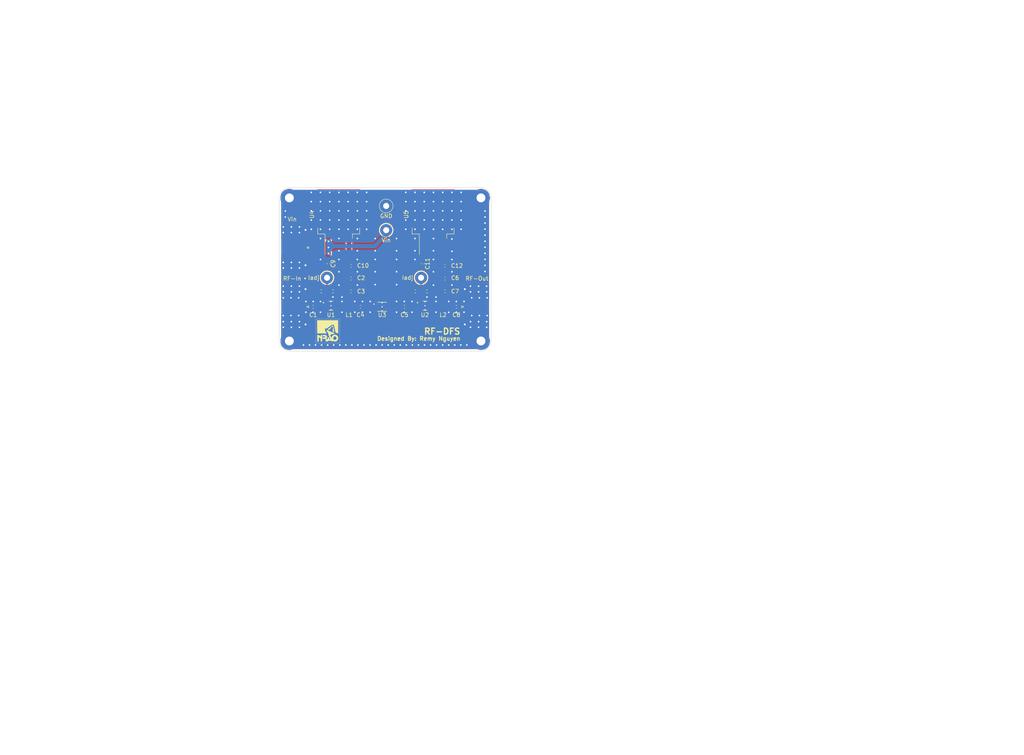
<source format=kicad_pcb>
(kicad_pcb (version 20221018) (generator pcbnew)
  (layers (0 "F.Cu" signal) (1 "In1.Cu" signal) (2 "In2.Cu" signal) (31 "B.Cu" signal) (34 "B.Paste" user) (35 "F.Paste" user) (36 "B.SilkS" user "B.Silkscreen") (37 "F.SilkS" user "F.Silkscreen") (38 "B.Mask" user) (39 "F.Mask" user) (44 "Edge.Cuts" user))
  (net 0 "")
  (net 1 "Net-(U1-RF-IN)")
  (net 2 "Net-(U1-RF-OUT)")
  (net 3 "Vdd1")
  (net 4 "GND")
  (net 5 "Net-(U2-RF-IN)")
  (net 6 "Vdd2")
  (net 7 "Net-(U2-RF-OUT)")
  (net 8 "Vin")
  (net 9 "Net-(U1-LADJ)")
  (net 10 "Net-(U2-LADJ)")
  (net 11 "/LNA Biasing2/LNA-IN")
  (net 12 "/LNA Biasing2/LNA-OUT")
  (net 13 "/LNA Biasing1/LNA-IN")
  (net 14 "/LNA Biasing1/LNA-OUT")
  (footprint "Capacitor_SMD:C_0402_1005Metric" (layer "F.Cu") (at 100.003154 84.862077)
    (fp_text reference "C3")
    (fp_text value "100pF")
  )
  (footprint "MountingHole:MountingHole_2.2mm_M2_Pad" (layer "F.Cu") (at 84.722077 61.682077)
    (fp_text reference "REF**" hide)
    (fp_text value "2.2mm M2" hide)
  )
  (footprint "TestPoint:TestPoint_Loop_D2.54mm_Drill1.5mm_Beaded" (layer "F.Cu") (at 108.722077 69.682077)
    (fp_text reference "Vin")
    (fp_text value "Vin" hide)
  )
  (footprint "Imports:MC1630_MNC" (layer "F.Cu") (at 107.722077 88.694077)
    (fp_text reference "U3")
    (fp_text value "YAT-1A+")
  )
  (footprint "Inductor_SMD:L_0402_1005Metric" (layer "F.Cu") (at 99.523154 88.209077 -90)
    (fp_text reference "L1")
    (fp_text value "56nH")
  )
  (footprint "Resistor_SMD:R_0402_1005Metric" (layer "F.Cu") (at 115.931077 84.862077)
    (fp_text reference "R2" hide)
    (fp_text value "100k")
  )
  (footprint "Capacitor_SMD:C_0402_1005Metric" (layer "F.Cu") (at 90.622077 88.694077)
    (fp_text reference "C1")
    (fp_text value "150pF")
  )
  (footprint "Connector_Coaxial:SMA_Molex_73251-1153_EdgeMount_Horizontal" (layer "F.Cu") (at 129.932077 88.694077 180)
    (fp_text reference "RF-Out")
    (fp_text value "Conn_Coaxial" hide)
  )
  (footprint "Capacitor_SMD:C_0402_1005Metric" (layer "F.Cu") (at 113.242077 88.694077)
    (fp_text reference "C5")
    (fp_text value "150pF")
  )
  (footprint "Capacitor_SMD:C_0402_1005Metric" (layer "F.Cu") (at 94.418954 78.007477 -90)
    (fp_text reference "C9")
    (fp_text value "0.33uF")
  )
  (footprint "Connector_Coaxial:SMA_Molex_73251-1153_EdgeMount_Horizontal" (layer "F.Cu") (at 87.012077 88.694077)
    (fp_text reference "RF-In")
    (fp_text value "Conn_Coaxial" hide)
  )
  (footprint "Package_TO_SOT_SMD:TO-263-2" (layer "F.Cu") (at 96.958954 65.807477 90)
    (fp_text reference "U4")
    (fp_text value "L7805")
  )
  (footprint "Package_TO_SOT_SMD:TO-263-2" (layer "F.Cu") (at 120.344077 65.807477 90)
    (fp_text reference "U5")
    (fp_text value "L7805")
  )
  (footprint "MountingHole:MountingHole_2.2mm_M2_Pad" (layer "F.Cu") (at 132.222077 97.182077)
    (fp_text reference "REF**" hide)
    (fp_text value "2.2mm M2" hide)
  )
  (footprint "Resistor_SMD:R_0402_1005Metric" (layer "F.Cu") (at 118.831077 84.862077)
    (fp_text reference "R4" hide)
    (fp_text value "100k")
  )
  (footprint "TestPoint:TestPoint_Loop_D2.54mm_Drill1.5mm_Beaded" (layer "F.Cu") (at 108.722077 63.682077)
    (fp_text reference "GND")
    (fp_text value "GND" hide)
  )
  (footprint "MountingHole:MountingHole_2.2mm_M2_Pad" (layer "F.Cu") (at 132.222077 61.682077)
    (fp_text reference "REF**" hide)
    (fp_text value "2.2mm M2" hide)
  )
  (footprint "FabDrawingTemplates:FabDrawing-4Layer-Metric-Compact" (layer "F.Cu") (at 55 133)
    (fp_text reference "REF**" hide)
    (fp_text value "FabDrawing-4Layer" hide)
  )
  (footprint "Capacitor_SMD:C_0402_1005Metric" (layer "F.Cu") (at 123.312077 78.512077)
    (fp_text reference "C12")
    (fp_text value "0.1uF")
  )
  (footprint "Capacitor_SMD:C_0402_1005Metric" (layer "F.Cu") (at 100.003154 78.512077)
    (fp_text reference "C10")
    (fp_text value "0.1uF")
  )
  (footprint "Capacitor_SMD:C_0402_1005Metric" (layer "F.Cu") (at 117.804077 78.007477 -90)
    (fp_text reference "C11")
    (fp_text value "0.33uF")
  )
  (footprint "Capacitor_SMD:C_0402_1005Metric" (layer "F.Cu") (at 123.312077 84.862077)
    (fp_text reference "C7")
    (fp_text value "100pF")
  )
  (footprint "Capacitor_SMD:C_0402_1005Metric" (layer "F.Cu") (at 100.003154 81.687077)
    (fp_text reference "C2")
    (fp_text value "1uF")
  )
  (footprint "Connector_Coaxial:SMA_Molex_73251-1153_EdgeMount_Horizontal" (layer "F.Cu") (at 87.012077 74.014077)
    (fp_text reference "Vin")
    (fp_text value "Conn_Coaxial" hide)
  )
  (footprint "Inductor_SMD:L_0402_1005Metric" (layer "F.Cu") (at 122.832077 88.209077 -90)
    (fp_text reference "L2")
    (fp_text value "56nH")
  )
  (footprint "Resistor_SMD:R_0402_1005Metric" (layer "F.Cu") (at 95.522077 84.862077)
    (fp_text reference "R3" hide)
    (fp_text value "100k")
  )
  (footprint "Imports:SON8_PMA2_MNC" (layer "F.Cu") (at 118.348977 88.428266)
    (fp_text reference "U2")
    (fp_text value "PMA2-63LN+")
  )
  (footprint "MountingHole:MountingHole_2.2mm_M2_Pad" (layer "F.Cu") (at 84.722077 97.182077)
    (fp_text reference "REF**" hide)
    (fp_text value "2.2mm M2" hide)
  )
  (footprint "imports:RF-DFS-GCPW-OSH" (layer "F.Cu") (at 214 118)
    (fp_text reference "G***" hide)
    (fp_text value "LOGO" hide)
  )
  (footprint "Resistor_SMD:R_0402_1005Metric" (layer "F.Cu") (at 92.622077 84.862077)
    (fp_text reference "R1" hide)
    (fp_text value "100k")
  )
  (footprint "Capacitor_SMD:C_0402_1005Metric" (layer "F.Cu") (at 123.312077 81.687077)
    (fp_text reference "C6")
    (fp_text value "1uF")
  )
  (footprint "Imports:SON8_PMA2_MNC" (layer "F.Cu") (at 95.040054 88.428266)
    (fp_text reference "U1")
    (fp_text value "PMA2-63LN+")
  )
  (footprint "Capacitor_SMD:C_0402_1005Metric" (layer "F.Cu") (at 102.345154 88.694077)
    (fp_text reference "C4")
    (fp_text value "150pF")
  )
  (footprint "TestPoint:TestPoint_Loop_D2.54mm_Drill1.5mm_Beaded" (layer "F.Cu") (at 117.371077 81.492077)
    (fp_text reference "Iadj")
    (fp_text value "TestPoint" hide)
  )
  (footprint "Capacitor_SMD:C_0402_1005Metric" (layer "F.Cu") (at 126.122077 88.694077)
    (fp_text reference "C8")
    (fp_text value "150pF")
  )
  (footprint "TestPoint:TestPoint_Loop_D2.54mm_Drill1.5mm_Beaded" (layer "F.Cu") (at 94.062077 81.492077)
    (fp_text reference "Iadj")
    (fp_text value "TestPoint" hide)
  )
  (footprint "footprints.pretty:nrao1_6mm_silk" (layer "F.Cu") (at 94.222077 94.672077)
    (fp_text reference "G***" hide)
    (fp_text value "LOGO" hide)
  )
  (gr_arc (start 82.222077 61.682077) (mid 82.95431 59.91431) (end 84.722077 59.182077) (stroke (width 0.1)) (layer "Edge.Cuts"))
  (gr_arc (start 84.722077 99.682077) (mid 82.954398 98.949756) (end 82.222077 97.182077) (stroke (width 0.1)) (layer "Edge.Cuts"))
  (gr_line (start 82.222077 97.182077) (end 82.222077 61.682077) (stroke (width 0.1)) (layer "Edge.Cuts"))
  (gr_line (start 134.722077 61.682077) (end 134.722077 97.182077) (stroke (width 0.1)) (layer "Edge.Cuts"))
  (gr_arc (start 134.722077 97.182077) (mid 133.989844 98.949844) (end 132.222077 99.682077) (stroke (width 0.1)) (layer "Edge.Cuts"))
  (gr_line (start 84.722077 59.182077) (end 132.222077 59.182077) (stroke (width 0.1)) (layer "Edge.Cuts"))
  (gr_arc (start 132.222077 59.182077) (mid 133.989932 59.914222) (end 134.722077 61.682077) (stroke (width 0.1)) (layer "Edge.Cuts"))
  (gr_line (start 132.222077 99.682077) (end 84.722077 99.682077) (stroke (width 0.1)) (layer "Edge.Cuts"))
  (gr_text "RF-DFS" (at 127.222077 95.672077) (layer "F.SilkS") (effects (font (size 1.5 1.5) (thickness 0.3) bold) (justify right bottom)))
  (gr_text "Designed By: Remy Nguyen" (at 127.222077 97.172077) (layer "F.SilkS") (effects (font (size 1 1) (thickness 0.2) bold) (justify right bottom)))
  (segment (start 91.102077 88.694077) (end 93.084254 88.694077) (width 0.415) (layer "F.Cu") (net 1))
  (segment (start 101.865154 88.694077) (end 96.983154 88.694077) (width 0.415) (layer "F.Cu") (net 2))
  (segment (start 99.523154 87.724077) (end 99.523154 77.548077) (width 0.56) (layer "F.Cu") (net 3))
  (segment (start 96.332077 84.862077) (end 99.523154 84.862077) (width 0.56) (layer "F.Cu") (net 3))
  (via (at 90.150077 67.182) (size 0.8) (drill 0.4) (layers "F.Cu" "B.Cu") (net 4))
  (via (at 133.732077 90.872077) (size 0.8) (drill 0.4) (layers "F.Cu" "B.Cu") (net 4))
  (via (at 109.222077 98.172077) (size 0.8) (drill 0.4) (layers "F.Cu" "B.Cu") (net 4))
  (via (at 97.008077 76.961) (size 0.8) (drill 0.4) (layers "F.Cu" "B.Cu") (net 4))
  (via (at 94.722077 67.182) (size 0.8) (drill 0.4) (layers "F.Cu" "B.Cu") (net 4))
  (via (at 101.580077 71.754) (size 0.8) (drill 0.4) (layers "F.Cu" "B.Cu") (net 4))
  (via (at 107.722077 98.172077) (size 0.8) (drill 0.4) (layers "F.Cu" "B.Cu") (net 4))
  (via (at 133.222077 75.432077) (size 0.8) (drill 0.4) (layers "F.Cu" "B.Cu") (net 4))
  (via (at 90.150077 62.61) (size 0.8) (drill 0.4) (layers "F.Cu" "B.Cu") (net 4))
  (via (at 97.008077 74.802) (size 0.8) (drill 0.4) (layers "F.Cu" "B.Cu") (net 4))
  (via (at 133.222077 67.932077) (size 0.8) (drill 0.4) (layers "F.Cu" "B.Cu") (net 4))
  (via (at 83.211077 86.472077) (size 0.8) (drill 0.4) (layers "F.Cu" "B.Cu") (net 4))
  (via (at 97.008077 64.896) (size 0.8) (drill 0.4) (layers "F.Cu" "B.Cu") (net 4))
  (via (at 118.222077 98.172077) (size 0.8) (drill 0.4) (layers "F.Cu" "B.Cu") (net 4))
  (via (at 120.444 80.009) (size 0.8) (drill 0.4) (layers "F.Cu" "B.Cu") (net 4))
  (via (at 85.222077 77.682077) (size 0.8) (drill 0.4) (layers "F.Cu" "B.Cu") (net 4))
  (via (at 97.008077 69.468) (size 0.8) (drill 0.4) (layers "F.Cu" "B.Cu") (net 4))
  (via (at 83.222077 70.282077) (size 0.8) (drill 0.4) (layers "F.Cu" "B.Cu") (net 4))
  (via (at 101.580077 74.802) (size 0.8) (drill 0.4) (layers "F.Cu" "B.Cu") (net 4))
  (via (at 101.580077 80.009) (size 0.8) (drill 0.4) (layers "F.Cu" "B.Cu") (net 4))
  (via (at 127.302 67.182) (size 0.8) (drill 0.4) (layers "F.Cu" "B.Cu") (net 4))
  (via (at 106 76.952) (size 0.8) (drill 0.4) (layers "F.Cu" "B.Cu") (net 4))
  (via (at 118.158 64.896) (size 0.8) (drill 0.4) (layers "F.Cu" "B.Cu") (net 4))
  (via (at 133.222077 78.432077) (size 0.8) (drill 0.4) (layers "F.Cu" "B.Cu") (net 4))
  (via (at 121.222077 98.172077) (size 0.8) (drill 0.4) (layers "F.Cu" "B.Cu") (net 4))
  (via (at 88.222077 98.172077) (size 0.8) (drill 0.4) (layers "F.Cu" "B.Cu") (net 4))
  (via (at 100.945077 87.375) (size 0.8) (drill 0.4) (layers "F.Cu" "B.Cu") (net 4))
  (via (at 118.158 67.182) (size 0.8) (drill 0.4) (layers "F.Cu" "B.Cu") (net 4))
  (via (at 125.016 83.311) (size 0.8) (drill 0.4) (layers "F.Cu" "B.Cu") (net 4))
  (via (at 101.580077 62.61) (size 0.8) (drill 0.4) (layers "F.Cu" "B.Cu") (net 4))
  (via (at 106 80) (size 0.8) (drill 0.4) (layers "F.Cu" "B.Cu") (net 4))
  (via (at 101.580077 69.468) (size 0.8) (drill 0.4) (layers "F.Cu" "B.Cu") (net 4))
  (via (at 90.150077 69.468) (size 0.8) (drill 0.4) (layers "F.Cu" "B.Cu") (net 4))
  (via (at 120.444 64.896) (size 0.8) (drill 0.4) (layers "F.Cu" "B.Cu") (net 4))
  (via (at 97.770077 90.042) (size 0.8) (drill 0.4) (layers "F.Cu" "B.Cu") (net 4))
  (via (at 89.722077 98.172077) (size 0.8) (drill 0.4) (layers "F.Cu" "B.Cu") (net 4))
  (via (at 97.770077 87.375) (size 0.8) (drill 0.4) (layers "F.Cu" "B.Cu") (net 4))
  (via (at 99.294077 69.468) (size 0.8) (drill 0.4) (layers "F.Cu" "B.Cu") (net 4))
  (via (at 104.722077 98.172077) (size 0.8) (drill 0.4) (layers "F.Cu" "B.Cu") (net 4))
  (via (at 85.222077 83.582077) (size 0.8) (drill 0.4) (layers "F.Cu" "B.Cu") (net 4))
  (via (at 99.294077 67.182) (size 0.8) (drill 0.4) (layers "F.Cu" "B.Cu") (net 4))
  (via (at 111.3 83.202) (size 0.8) (drill 0.4) (layers "F.Cu" "B.Cu") (net 4))
  (via (at 125.722077 98.172077) (size 0.8) (drill 0.4) (layers "F.Cu" "B.Cu") (net 4))
  (via (at 87.222077 92.382077) (size 0.8) (drill 0.4) (layers "F.Cu" "B.Cu") (net 4))
  (via (at 87.022077 86.472077) (size 0.8) (drill 0.4) (layers "F.Cu" "B.Cu") (net 4))
  (via (at 133.732077 86.472077) (size 0.8) (drill 0.4) (layers "F.Cu" "B.Cu") (net 4))
  (via (at 85.122077 86.472077) (size 0.8) (drill 0.4) (layers "F.Cu" "B.Cu") (net 4))
  (via (at 122.73 62.61) (size 0.8) (drill 0.4) (layers "F.Cu" "B.Cu") (net 4))
  (via (at 120.444 69.468) (size 0.8) (drill 0.4) (layers "F.Cu" "B.Cu") (net 4))
  (via (at 101.580077 64.896) (size 0.8) (drill 0.4) (layers "F.Cu" "B.Cu") (net 4))
  (via (at 92.722077 98.172077) (size 0.8) (drill 0.4) (layers "F.Cu" "B.Cu") (net 4))
  (via (at 102.850077 87.375) (size 0.8) (drill 0.4) (layers "F.Cu" "B.Cu") (net 4))
  (via (at 83.222077 68.882077) (size 0.8) (drill 0.4) (layers "F.Cu" "B.Cu") (net 4))
  (via (at 92.436077 69.468) (size 0.8) (drill 0.4) (layers "F.Cu" "B.Cu") (net 4))
  (via (at 115.11 87.375) (size 0.8) (drill 0.4) (layers "F.Cu" "B.Cu") (net 4))
  (via (at 97.772077 86.282077) (size 0.8) (drill 0.4) (layers "F.Cu" "B.Cu") (net 4))
  (via (at 103.866077 60.324) (size 0.8) (drill 0.4) (layers "F.Cu" "B.Cu") (net 4))
  (via (at 124.222077 87.372077) (size 0.8) (drill 0.4) (layers "F.Cu" "B.Cu") (net 4))
  (via (at 99.294077 64.896) (size 0.8) (drill 0.4) (layers "F.Cu" "B.Cu") (net 4))
  (via (at 106 71.754) (size 0.8) (drill 0.4) (layers "F.Cu" "B.Cu") (net 4))
  (via (at 125.016 69.468) (size 0.8) (drill 0.4) (layers "F.Cu" "B.Cu") (net 4))
  (via (at 94.222077 98.172077) (size 0.8) (drill 0.4) (layers "F.Cu" "B.Cu") (net 4))
  (via (at 95.040054 88.428266) (size 0.6) (drill 0.3) (layers "F.Cu" "B.Cu") (net 4))
  (via (at 88.822077 87.375) (size 0.8) (drill 0.4) (layers "F.Cu" "B.Cu") (net 4))
  (via (at 104.755077 90.042) (size 0.8) (drill 0.4) (layers "F.Cu" "B.Cu") (net 4))
  (via (at 133.622077 83.582077) (size 0.8) (drill 0.4) (layers "F.Cu" "B.Cu") (net 4))
  (via (at 97.008077 60.324) (size 0.8) (drill 0.4) (layers "F.Cu" "B.Cu") (net 4))
  (via (at 121.072077 86.282077) (size 0.8) (drill 0.4) (layers "F.Cu" "B.Cu") (net 4))
  (via (at 87.222077 83.582077) (size 0.8) (drill 0.4) (layers "F.Cu" "B.Cu") (net 4))
  (via (at 94.722077 62.61) (size 0.8) (drill 0.4) (layers "F.Cu" "B.Cu") (net 4))
  (via (at 120.444 74.802) (size 0.8) (drill 0.4) (layers "F.Cu" "B.Cu") (net 4))
  (via (at 92.436077 62.61) (size 0.8) (drill 0.4) (layers "F.Cu" "B.Cu") (net 4))
  (via (at 92.436077 71.754) (size 0.8) (drill 0.4) (layers "F.Cu" "B.Cu") (net 4))
  (via (at 94.722077 60.324) (size 0.8) (drill 0.4) (layers "F.Cu" "B.Cu") (net 4))
  (via (at 129.622077 93.782077) (size 0.8) (drill 0.4) (layers "F.Cu" "B.Cu") (net 4))
  (via (at 122.73 64.896) (size 0.8) (drill 0.4) (layers "F.Cu" "B.Cu") (net 4))
  (via (at 113.586 60.324) (size 0.8) (drill 0.4) (layers "F.Cu" "B.Cu") (net 4))
  (via (at 115.872 74.802) (size 0.8) (drill 0.4) (layers "F.Cu" "B.Cu") (net 4))
  (via (at 106 83.202) (size 0.8) (drill 0.4) (layers "F.Cu" "B.Cu") (net 4))
  (via (at 113.205 90.042) (size 0.8) (drill 0.4) (layers "F.Cu" "B.Cu") (net 4))
  (via (at 112.222077 98.172077) (size 0.8) (drill 0.4) (layers "F.Cu" "B.Cu") (net 4))
  (via (at 118.158 62.61) (size 0.8) (drill 0.4) (layers "F.Cu" "B.Cu") (net 4))
  (via (at 121.079 87.375) (size 0.8) (drill 0.4) (layers "F.Cu" "B.Cu") (net 4))
  (via (at 133.622077 93.782077) (size 0.8) (drill 0.4) (layers "F.Cu" "B.Cu") (net 4))
  (via (at 113.586 64.896) (size 0.8) (drill 0.4) (layers "F.Cu" "B.Cu") (net 4))
  (via (at 126.117077 90.039077) (size 0.8) (drill 0.4) (layers "F.Cu" "B.Cu") (net 4))
  (via (at 126.117077 87.372077) (size 0.8) (drill 0.4) (layers "F.Cu" "B.Cu") (net 4))
  (via (at 111.3 87.375) (size 0.8) (drill 0.4) (layers "F.Cu" "B.Cu") (net 4))
  (via (at 120.444 62.61) (size 0.8) (drill 0.4) (layers "F.Cu" "B.Cu") (net 4))
  (via (at 110.722077 98.172077) (size 0.8) (drill 0.4) (layers "F.Cu" "B.Cu") (net 4))
  (via (at 124.222077 98.172077) (size 0.8) (drill 0.4) (layers "F.Cu" "B.Cu") (net 4))
  (via (at 115.222077 98.172077) (size 0.8) (drill 0.4) (layers "F.Cu" "B.Cu") (net 4))
  (via (at 115.11 90.042) (size 0.8) (drill 0.4) (layers "F.Cu" "B.Cu") (net 4))
  (via (at 103.866077 69.468) (size 0.8) (drill 0.4) (layers "F.Cu" "B.Cu") (net 4))
  (via (at 97.008077 71.754) (size 0.8) (drill 0.4) (layers "F.Cu" "B.Cu") (net 4))
  (via (at 133.222077 69.432077) (size 0.8) (drill 0.4) (layers "F.Cu" "B.Cu") (net 4))
  (via (at 88.626077 81.66) (size 0.8) (drill 0.4) (layers "F.Cu" "B.Cu") (net 4))
  (via (at 125.016 60.324) (size 0.8) (drill 0.4) (layers "F.Cu" "B.Cu") (net 4))
  (via (at 101.580077 60.324) (size 0.8) (drill 0.4) (layers "F.Cu" "B.Cu") (net 4))
  (via (at 104.755077 87.375) (size 0.8) (drill 0.4) (layers "F.Cu" "B.Cu") (net 4))
  (via (at 127.302 62.61) (size 0.8) (drill 0.4) (layers "F.Cu" "B.Cu") (net 4))
  (via (at 85.222077 68.882077) (size 0.8) (drill 0.4) (layers "F.Cu" "B.Cu") (net 4))
  (via (at 116.722077 98.172077) (size 0.8) (drill 0.4) (layers "F.Cu" "B.Cu") (net 4))
  (via (at 122.73 67.182) (size 0.8) (drill 0.4) (layers "F.Cu" "B.Cu") (net 4))
  (via (at 103.222077 98.172077) (size 0.8) (drill 0.4) (layers "F.Cu" "B.Cu") (net 4))
  (via (at 133.222077 72.432077) (size 0.8) (drill 0.4) (layers "F.Cu" "B.Cu") (net 4))
  (via (at 103.866077 64.896) (size 0.8) (drill 0.4) (layers "F.Cu" "B.Cu") (net 4))
  (via (at 95.722077 98.172077) (size 0.8) (drill 0.4) (layers "F.Cu" "B.Cu") (net 4))
  (via (at 107.722077 87.694077) (size 0.6) (drill 0.3) (layers "F.Cu" "B.Cu") (net 4))
  (via (at 128.022077 87.372077) (size 0.8) (drill 0.4) (layers "F.Cu" "B.Cu") (net 4))
  (via (at 125.016 62.61) (size 0.8) (drill 0.4) (layers "F.Cu" "B.Cu") (net 4))
  (via (at 133.222077 73.932077) (size 0.8) (drill 0.4) (layers "F.Cu" "B.Cu") (net 4))
  (via (at 118.348977 89.428266) (size 0.6) (drill 0.3) (layers "F.Cu" "B.Cu") (net 4))
  (via (at 129.622077 92.382077) (size 0.8) (drill 0.4) (layers "F.Cu" "B.Cu") (net 4))
  (via (at 128.022077 90.039077) (size 0.8) (drill 0.4) (layers "F.Cu" "B.Cu") (net 4))
  (via (at 113.722077 98.172077) (size 0.8) (drill 0.4) (layers "F.Cu" "B.Cu") (net 4))
  (via (at 97.008077 80.009) (size 0.8) (drill 0.4) (layers "F.Cu" "B.Cu") (net 4))
  (via (at 131.622077 93.782077) (size 0.8) (drill 0.4) (layers "F.Cu" "B.Cu") (net 4))
  (via (at 87.222077 93.782077) (size 0.8) (drill 0.4) (layers "F.Cu" "B.Cu") (net 4))
  (via (at 83.222077 83.582077) (size 0.8) (drill 0.4) (layers "F.Cu" "B.Cu") (net 4))
  (via (at 83.722077 64.932077) (size 0.8) (drill 0.4) (layers "F.Cu" "B.Cu") (net 4))
  (via (at 133.222077 76.932077) (size 0.8) (drill 0.4) (layers "F.Cu" "B.Cu") (net 4))
  (via (at 121.079 90.042) (size 0.8) (drill 0.4) (layers "F.Cu" "B.Cu") (net 4))
  (via (at 120.444 71.754) (size 0.8) (drill 0.4) (layers "F.Cu" "B.Cu") (net 4))
  (via (at 129.622077 83.582077) (size 0.8) (drill 0.4) (layers "F.Cu" "B.Cu") (net 4))
  (via (at 98.722077 98.172077) (size 0.8) (drill 0.4) (layers "F.Cu" "B.Cu") (net 4))
  (via (at 101.580077 76.961) (size 0.8) (drill 0.4) (layers "F.Cu" "B.Cu") (net 4))
  (via (at 125.016 80.009) (size 0.8) (drill 0.4) (layers "F.Cu" "B.Cu") (net 4))
  (via (at 133.222077 79.932077) (size 0.8) (drill 0.4) (layers "F.Cu" "B.Cu") (net 4))
  (via (at 124.222077 90.072077) (size 0.8) (drill 0.4) (layers "F.Cu" "B.Cu") (net 4))
  (via (at 115.872 71.754) (size 0.8) (drill 0.4) (layers "F.Cu" "B.Cu") (net 4))
  (via (at 118.158 69.468) (size 0.8) (drill 0.4) (layers "F.Cu" "B.Cu") (net 4))
  (via (at 83.222077 84.982077) (size 0.8) (drill 0.4) (layers "F.Cu" "B.Cu") (net 4))
  (via (at 90.150077 60.324) (size 0.8) (drill 0.4) (layers "F.Cu" "B.Cu") (net 4))
  (via (at 107.722077 88.694077) (size 0.6) (drill 0.3) (layers "F.Cu" "B.Cu") (net 4))
  (via (at 91.222077 98.172077) (size 0.8) (drill 0.4) (layers "F.Cu" "B.Cu") (net 4))
  (via (at 85.222077 92.382077) (size 0.8) (drill 0.4) (layers "F.Cu" "B.Cu") (net 4))
  (via (at 92.436077 67.182) (size 0.8) (drill 0.4) (layers "F.Cu" "B.Cu") (net 4))
  (via (at 85.222077 70.282077) (size 0.8) (drill 0.4) (layers "F.Cu" "B.Cu") (net 4))
  (via (at 88.822077 90.042) (size 0.8) (drill 0.4) (layers "F.Cu" "B.Cu") (net 4))
  (via (at 95.522077 86.272077) (size 0.8) (drill 0.4) (layers "F.Cu" "B.Cu") (net 4))
  (via (at 87.222077 68.882077) (size 0.8) (drill 0.4) (layers "F.Cu" "B.Cu") (net 4))
  (via (at 129.922077 86.472077) (size 0.8) (drill 0.4) (layers "F.Cu" "B.Cu") (net 4))
  (via (at 97.222077 98.172077) (size 0.8) (drill 0.4) (layers "F.Cu" "B.Cu") (net 4))
  (via (at 111.3 80) (size 0.8) (drill 0.4) (layers "F.Cu" "B.Cu") (net 4))
  (via (at 115.872 62.61) (size 0.8) (drill 0.4) (layers "F.Cu" "B.Cu") (net 4))
  (via (at 85.222077 84.982077) (size 0.8) (drill 0.4) (layers "F.Cu" "B.Cu") (net 4))
  (via (at 83.222077 79.082077) (size 0.8) (drill 0.4) (layers "F.Cu" "B.Cu") (net 4))
  (via (at 83.722077 66.432077) (size 0.8) (drill 0.4) (layers "F.Cu" "B.Cu") (net 4))
  (via (at 90.622077 87.372077) (size 0.8) (drill 0.4) (layers "F.Cu" "B.Cu") (net 4))
  (via (at 97.008077 67.182) (size 0.8) (drill 0.4) (layers "F.Cu" "B.Cu") (net 4))
  (via (at 131.622077 92.382077) (size 0.8) (drill 0.4) (layers "F.Cu" "B.Cu") (net 4))
  (via (at 92.436077 90.042) (size 0.8) (drill 0.4) (layers "F.Cu" "B.Cu") (net 4))
  (via (at 83.222077 93.782077) (size 0.8) (drill 0.4) (layers "F.Cu" "B.Cu") (net 4))
  (via (at 131.827077 86.472077) (size 0.8) (drill 0.4) (layers "F.Cu" "B.Cu") (net 4))
  (via (at 122.73 60.324) (size 0.8) (drill 0.4) (layers "F.Cu" "B.Cu") (net 4))
  (via (at 85.222077 79.082077) (size 0.8) (drill 0.4) (layers "F.Cu" "B.Cu") (net 4))
  (via (at 115.872 64.896) (size 0.8) (drill 0.4) (layers "F.Cu" "B.Cu") (net 4))
  (via (at 125.016 76.961) (size 0.8) (drill 0.4) (layers "F.Cu" "B.Cu") (net 4))
  (via (at 111.3 74.802) (size 0.8) (drill 0.4) (layers "F.Cu" "B.Cu") (net 4))
  (via (at 106.222077 98.172077) (size 0.8) (drill 0.4) (layers "F.Cu" "B.Cu") (net 4))
  (via (at 127.302 64.896) (size 0.8) (drill 0.4) (layers "F.Cu" "B.Cu") (net 4))
  (via (at 103.866077 62.61) (size 0.8) (drill 0.4) (layers "F.Cu" "B.Cu") (net 4))
  (via (at 100.222077 98.172077) (size 0.8) (drill 0.4) (layers "F.Cu" "B.Cu") (net 4))
  (via (at 100.945077 90.042) (size 0.8) (drill 0.4) (layers "F.Cu" "B.Cu") (net 4))
  (via (at 115.872 76.961) (size 0.8) (drill 0.4) (layers "F.Cu" "B.Cu") (net 4))
  (via (at 119.722077 98.172077) (size 0.8) (drill 0.4) (layers "F.Cu" "B.Cu") (net 4))
  (via (at 120.444 76.961) (size 0.8) (drill 0.4) (layers "F.Cu" "B.Cu") (net 4))
  (via (at 128.722077 98.172077) (size 0.8) (drill 0.4) (layers "F.Cu" "B.Cu") (net 4))
  (via (at 125.016 67.182) (size 0.8) (drill 0.4) (layers "F.Cu" "B.Cu") (net 4))
  (via (at 87.222077 79.082077) (size 0.8) (drill 0.4) (layers "F.Cu" "B.Cu") (net 4))
  (via (at 107.722077 89.694077) (size 0.6) (drill 0.3) (layers "F.Cu" "B.Cu") (net 4))
  (via (at 87.222077 70.282077) (size 0.8) (drill 0.4) (layers "F.Cu" "B.Cu") (net 4))
  (via (at 85.116077 90.872077) (size 0.8) (drill 0.4) (layers "F.Cu" "B.Cu") (net 4))
  (via (at 103.866077 67.182) (size 0.8) (drill 0.4) (layers "F.Cu" "B.Cu") (net 4))
  (via (at 92.436077 87.375) (size 0.8) (drill 0.4) (layers "F.Cu" "B.Cu") (net 4))
  (via (at 85.222077 93.782077) (size 0.8) (drill 0.4) (layers "F.Cu" "B.Cu") (net 4))
  (via (at 92.436077 64.896) (size 0.8) (drill 0.4) (layers "F.Cu" "B.Cu") (net 4))
  (via (at 111.3 90.042) (size 0.8) (drill 0.4) (layers "F.Cu" "B.Cu") (net 4))
  (via (at 90.150077 64.896) (size 0.8) (drill 0.4) (layers "F.Cu" "B.Cu") (net 4))
  (via (at 122.73 69.468) (size 0.8) (drill 0.4) (layers "F.Cu" "B.Cu") (net 4))
  (via (at 120.444 83.311) (size 0.8) (drill 0.4) (layers "F.Cu" "B.Cu") (net 4))
  (via (at 131.827077 90.872077) (size 0.8) (drill 0.4) (layers "F.Cu" "B.Cu") (net 4))
  (via (at 83.211077 90.872077) (size 0.8) (drill 0.4) (layers "F.Cu" "B.Cu") (net 4))
  (via (at 101.580077 83.311) (size 0.8) (drill 0.4) (layers "F.Cu" "B.Cu") (net 4))
  (via (at 87.021077 90.872077) (size 0.8) (drill 0.4) (layers "F.Cu" "B.Cu") (net 4))
  (via (at 95.040054 87.428266) (size 0.6) (drill 0.3) (layers "F.Cu" "B.Cu") (net 4))
  (via (at 120.444 60.324) (size 0.8) (drill 0.4) (layers "F.Cu" "B.Cu") (net 4))
  (via (at 127.222077 98.172077) (size 0.8) (drill 0.4) (layers "F.Cu" "B.Cu") (net 4))
  (via (at 87.222077 77.682077) (size 0.8) (drill 0.4) (layers "F.Cu" "B.Cu") (net 4))
  (via (at 92.436077 76.961) (size 0.8) (drill 0.4) (layers "F.Cu" "B.Cu") (net 4))
  (via (at 99.294077 60.324) (size 0.8) (drill 0.4) (layers "F.Cu" "B.Cu") (net 4))
  (via (at 99.294077 62.61) (size 0.8) (drill 0.4) (layers "F.Cu" "B.Cu") (net 4))
  (via (at 133.222077 66.432077) (size 0.8) (drill 0.4) (layers "F.Cu" "B.Cu") (net 4))
  (via (at 125.016 64.896) (size 0.8) (drill 0.4) (layers "F.Cu" "B.Cu") (net 4))
  (via (at 133.222077 70.932077) (size 0.8) (drill 0.4) (layers "F.Cu" "B.Cu") (net 4))
  (via (at 115.872 69.468) (size 0.8) (drill 0.4) (layers "F.Cu" "B.Cu") (net 4))
  (via (at 133.622077 84.982077) (size 0.8) (drill 0.4) (layers "F.Cu" "B.Cu") (net 4))
  (via (at 125.016 74.929) (size 0.8) (drill 0.4) (layers "F.Cu" "B.Cu") (net 4))
  (via (at 127.302 69.468) (size 0.8) (drill 0.4) (layers "F.Cu" "B.Cu") (net 4))
  (via (at 129.622077 84.982077) (size 0.8) (drill 0.4) (layers "F.Cu" "B.Cu") (net 4))
  (via (at 106 74.802) (size 0.8) (drill 0.4) (layers "F.Cu" "B.Cu") (net 4))
  (via (at 131.622077 84.982077) (size 0.8) (drill 0.4) (layers "F.Cu" "B.Cu") (net 4))
  (via (at 97.008077 83.311) (size 0.8) (drill 0.4) (layers "F.Cu" "B.Cu") (net 4))
  (via (at 118.348977 87.428266) (size 0.6) (drill 0.3) (layers "F.Cu" "B.Cu") (net 4))
  (via (at 115.872 60.324) (size 0.8) (drill 0.4) (layers "F.Cu" "B.Cu") (net 4))
  (via (at 94.722077 64.896) (size 0.8) (drill 0.4) (layers "F.Cu" "B.Cu") (net 4))
  (via (at 101.580077 67.182) (size 0.8) (drill 0.4) (layers "F.Cu" "B.Cu") (net 4))
  (via (at 83.222077 77.682077) (size 0.8) (drill 0.4) (layers "F.Cu" "B.Cu") (net 4))
  (via (at 133.222077 64.932077) (size 0.8) (drill 0.4) (layers "F.Cu" "B.Cu") (net 4))
  (via (at 92.436077 60.324) (size 0.8) (drill 0.4) (layers "F.Cu" "B.Cu") (net 4))
  (via (at 122.722077 98.172077) (size 0.8) (drill 0.4) (layers "F.Cu" "B.Cu") (net 4))
  (via (at 87.222077 84.982077) (size 0.8) (drill 0.4) (layers "F.Cu" "B.Cu") (net 4))
  (via (at 113.586 67.182) (size 0.8) (drill 0.4) (layers "F.Cu" "B.Cu") (net 4))
  (via (at 118.831077 86.272077) (size 0.8) (drill 0.4) (layers "F.Cu" "B.Cu") (net 4))
  (via (at 115.872 67.182) (size 0.8) (drill 0.4) (layers "F.Cu" "B.Cu") (net 4))
  (via (at 97.008077 62.61) (size 0.8) (drill 0.4) (layers "F.Cu" "B.Cu") (net 4))
  (via (at 131.622077 83.582077) (size 0.8) (drill 0.4) (layers "F.Cu" "B.Cu") (net 4))
  (via (at 133.622077 92.382077) (size 0.8) (drill 0.4) (layers "F.Cu" "B.Cu") (net 4))
  (via (at 118.348977 88.428266) (size 0.6) (drill 0.3) (layers "F.Cu" "B.Cu") (net 4))
  (via (at 95.040054 89.428266) (size 0.6) (drill 0.3) (layers "F.Cu" "B.Cu") (net 4))
  (via (at 111.3 76.952) (size 0.8) (drill 0.4) (layers "F.Cu" "B.Cu") (net 4))
  (via (at 113.205 87.375) (size 0.8) (drill 0.4) (layers "F.Cu" "B.Cu") (net 4))
  (via (at 120.444 67.182) (size 0.8) (drill 0.4) (layers "F.Cu" "B.Cu") (net 4))
  (via (at 102.850077 90.042) (size 0.8) (drill 0.4) (layers "F.Cu" "B.Cu") (net 4))
  (via (at 113.586 62.61) (size 0.8) (drill 0.4) (layers "F.Cu" "B.Cu") (net 4))
  (via (at 94.722077 69.468) (size 0.8) (drill 0.4) (layers "F.Cu" "B.Cu") (net 4))
  (via (at 129.922077 90.872077) (size 0.8) (drill 0.4) (layers "F.Cu" "B.Cu") (net 4))
  (via (at 118.158 60.324) (size 0.8) (drill 0.4) (layers "F.Cu" "B.Cu") (net 4))
  (via (at 90.622077 90.042) (size 0.8) (drill 0.4) (layers "F.Cu" "B.Cu") (net 4))
  (via (at 101.722077 98.172077) (size 0.8) (drill 0.4) (layers "F.Cu" "B.Cu") (net 4))
  (via (at 83.222077 92.382077) (size 0.8) (drill 0.4) (layers "F.Cu" "B.Cu") (net 4))
  (via (at 125.016 71.881) (size 0.8) (drill 0.4) (layers "F.Cu" "B.Cu") (net 4))
  (via (at 111.3 71.754) (size 0.8) (drill 0.4) (layers "F.Cu" "B.Cu") (net 4))
  (via (at 113.586 69.468) (size 0.8) (drill 0.4) (layers "F.Cu" "B.Cu") (net 4))
  (via (at 127.302 60.324) (size 0.8) (drill 0.4) (layers "F.Cu" "B.Cu") (net 4))
  (segment (start 113.722077 88.694077) (end 116.393177 88.694077) (width 0.415) (layer "F.Cu") (net 5))
  (segment (start 119.622077 84.862077) (end 122.832077 84.862077) (width 0.56) (layer "F.Cu") (net 6))
  (segment (start 122.832077 87.724077) (end 122.832077 77.548077) (width 0.56) (layer "F.Cu") (net 6))
  (segment (start 125.642077 88.694077) (end 120.135769 88.694077) (width 0.415) (layer "F.Cu") (net 7))
  (segment (start 108.722077 71.803397) (end 110.100757 73.182077) (width 1.2) (layer "F.Cu") (net 8))
  (segment (start 108.722077 69.682077) (end 108.722077 71.803397) (width 1.2) (layer "F.Cu") (net 8))
  (segment (start 94.418954 75.4752) (end 94.418954 75.921277) (width 1.1) (layer "F.Cu") (net 8))
  (segment (start 94.418954 73.457477) (end 94.418954 73.978954) (width 1.1) (layer "F.Cu") (net 8))
  (segment (start 94.422077 73.982077) (end 94.418954 73.9852) (width 1.1) (layer "F.Cu") (net 8))
  (segment (start 94.418954 73.978954) (end 94.422077 73.982077) (width 1.1) (layer "F.Cu") (net 8))
  (segment (start 94.418954 75.468954) (end 94.422077 75.472077) (width 1.1) (layer "F.Cu") (net 8))
  (segment (start 94.422077 75.472077) (end 94.418954 75.4752) (width 1.1) (layer "F.Cu") (net 8))
  (segment (start 85.092077 74.014077) (end 92.554077 74.014077) (width 1.2) (layer "F.Cu") (net 8))
  (segment (start 110.100757 73.182077) (end 115.472077 73.182077) (width 1.2) (layer "F.Cu") (net 8))
  (segment (start 117.804077 73.457477) (end 117.804077 75.972077) (width 1.1) (layer "F.Cu") (net 8))
  (segment (start 94.418954 73.9852) (end 94.418954 75.468954) (width 1.1) (layer "F.Cu") (net 8))
  (via (at 94.422077 72.472077) (size 0.8) (drill 0.4) (layers "F.Cu" "B.Cu") (net 8))
  (via (at 94.422077 73.982077) (size 0.8) (drill 0.4) (layers "F.Cu" "B.Cu") (net 8))
  (via (at 94.422077 75.472077) (size 0.8) (drill 0.4) (layers "F.Cu" "B.Cu") (net 8))
  (segment (start 95.602 73.652) (end 105.880423 73.652) (width 1.1) (layer "B.Cu") (net 8))
  (segment (start 95.602 73.652) (end 94.422077 72.472077) (width 1.1) (layer "B.Cu") (net 8))
  (segment (start 108.722077 70.810346) (end 108.722077 69.682077) (width 1.1) (layer "B.Cu") (net 8))
  (segment (start 95.602 73.652) (end 94.422077 74.831923) (width 1.1) (layer "B.Cu") (net 8))
  (segment (start 105.880423 73.652) (end 108.722077 70.810346) (width 1.1) (layer "B.Cu") (net 8))
  (segment (start 94.422077 72.472077) (end 94.422077 75.472077) (width 1.1) (layer "B.Cu") (net 8))
  (segment (start 94.062154 81.492154) (end 94.062077 81.492077) (width 0.63) (layer "F.Cu") (net 9))
  (segment (start 93.435769 84.862077) (end 94.735769 84.862077) (width 0.63) (layer "F.Cu") (net 9))
  (segment (start 94.062154 87.297077) (end 94.062154 81.492154) (width 0.63) (layer "F.Cu") (net 9))
  (segment (start 116.735769 84.862077) (end 118.035769 84.862077) (width 0.63) (layer "F.Cu") (net 10))
  (segment (start 117.371077 87.297077) (end 117.371077 81.492077) (width 0.63) (layer "F.Cu") (net 10))
  (segment (start 112.722077 88.694077) (end 109.722077 88.694077) (width 0.415) (layer "F.Cu") (net 11))
  (segment (start 126.602077 88.694077) (end 131.652077 88.694077) (width 0.415) (layer "F.Cu") (net 12))
  (segment (start 90.142077 88.694077) (end 85.092077 88.694077) (width 0.415) (layer "F.Cu") (net 13))
  (segment (start 102.825154 88.694077) (end 105.722077 88.694077) (width 0.415) (layer "F.Cu") (net 14))
  (zone (net 4) (net_name "GND") (layer "F.Cu") (name "GCPW") (priority 2) (connect_pads yes (clearance 0.6)) (min_thickness 0.0254) (fill yes (thermal_gap 0.5) (thermal_bridge_width 0.5) (island_removal_mode 1) (island_area_min 10))
    (polygon (pts (xy 89.522077 87.872077) (xy 89.522077 90.172077) (xy 127.222077 90.172077) (xy 127.222077 87.872077)))
  )
  (zone (net 8) (net_name "Vin") (layer "F.Cu") (priority 17540) (connect_pads yes (clearance 0)) (min_thickness 0.0254) (fill yes (thermal_gap 0.5) (thermal_bridge_width 0.5))
    (polygon (pts (xy 117.804077 75.889577) (xy 117.254077 75.966477) (xy 117.260797 76.222143) (xy 117.279037 76.4426) (xy 117.305916 76.634927) (xy 117.338557 76.806204) (xy 117.374077 76.963511) (xy 117.409597 77.113927) (xy 117.442237 77.264532) (xy 117.469117 77.422405) (xy 117.487357 77.594627) (xy 117.494077 77.707477) (xy 117.494077 77.807477) (xy 117.804077 77.807477) (xy 118.114077 77.807477) (xy 118.114077 77.707477) (xy 118.120797 77.594627) (xy 118.139037 77.422405) (xy 118.165916 77.264532) (xy 118.198557 77.113927) (xy 118.234077 76.963511) (xy 118.269597 76.806204) (xy 118.302237 76.634927) (xy 118.329117 76.4426) (xy 118.347357 76.222143) (xy 118.354077 75.966477)))
  )
  (zone (net 7) (net_name "Net-(U2-RF-OUT)") (layer "F.Cu") (priority 17540) (connect_pads yes (clearance 0)) (min_thickness 0.0254) (fill yes (thermal_gap 0.5) (thermal_bridge_width 0.5))
    (polygon (pts (xy 120.166894 88.694077) (xy 120.142373 88.486577) (xy 120.051979 88.487874) (xy 119.973814 88.491376) (xy 119.905428 88.496496) (xy 119.844374 88.502647) (xy 119.788203 88.509243) (xy 119.734466 88.515696) (xy 119.680715 88.521421) (xy 119.624502 88.52583) (xy 119.563378 88.528338) (xy 119.494896 88.528358) (xy 119.329796 88.528358) (xy 119.308881 88.677979) (xy 119.326877 88.828329) (xy 119.491977 88.828329) (xy 119.560994 88.830379) (xy 119.62245 88.835946) (xy 119.67885 88.84415) (xy 119.732697 88.854112) (xy 119.786494 88.864953) (xy 119.842746 88.875793) (xy 119.903956 88.885755) (xy 119.972628 88.893959) (xy 120.051266 88.899526) (xy 120.142373 88.901577)))
  )
  (zone (net 9) (net_name "Net-(U1-LADJ)") (layer "F.Cu") (priority 17540) (connect_pads yes (clearance 0)) (min_thickness 0.0254) (fill yes (thermal_gap 0.5) (thermal_bridge_width 0.5) (smoothing fillet) (radius 2.54))
    (polygon (pts (xy 93.503019 84.862077) (xy 93.461169 84.547077) (xy 93.43411 84.546937) (xy 93.410695 84.546557) (xy 93.390194 84.545996) (xy 93.371879 84.545317) (xy 93.355021 84.544577) (xy 93.338892 84.543837) (xy 93.322761 84.543156) (xy 93.305901 84.542597) (xy 93.287582 84.542217) (xy 93.267077 84.542077) (xy 93.132077 84.542077) (xy 93.093677 84.862077) (xy 93.132077 85.182077) (xy 93.267077 85.182077) (xy 93.287582 85.181937) (xy 93.305901 85.181557) (xy 93.322761 85.180996) (xy 93.338892 85.180317) (xy 93.355021 85.179577) (xy 93.371879 85.178837) (xy 93.390194 85.178156) (xy 93.410695 85.177597) (xy 93.43411 85.177217) (xy 93.461169 85.177077)))
  )
  (zone (net 9) (net_name "Net-(U1-LADJ)") (layer "F.Cu") (priority 17540) (connect_pads yes (clearance 0)) (min_thickness 0.0254) (fill yes (thermal_gap 0.5) (thermal_bridge_width 0.5) (smoothing fillet) (radius 2.54))
    (polygon (pts (xy 94.638519 84.862077) (xy 94.680369 85.177077) (xy 94.707792 85.177217) (xy 94.731522 85.177597) (xy 94.752299 85.178156) (xy 94.770861 85.178837) (xy 94.787946 85.179577) (xy 94.804293 85.180317) (xy 94.820641 85.180996) (xy 94.837729 85.181557) (xy 94.856294 85.181937) (xy 94.877077 85.182077) (xy 95.012077 85.182077) (xy 95.050477 84.862077) (xy 95.012077 84.542077) (xy 94.877077 84.542077) (xy 94.856294 84.542217) (xy 94.837729 84.542597) (xy 94.820641 84.543156) (xy 94.804293 84.543837) (xy 94.787946 84.544577) (xy 94.770861 84.545317) (xy 94.752299 84.545996) (xy 94.731522 84.546557) (xy 94.707792 84.546937) (xy 94.680369 84.547077)))
  )
  (zone (net 1) (net_name "Net-(U1-RF-IN)") (layer "F.Cu") (priority 17540) (connect_pads yes (clearance 0)) (min_thickness 0.0254) (fill yes (thermal_gap 0.5) (thermal_bridge_width 0.5))
    (polygon (pts (xy 93.053129 88.694077) (xy 93.07765 88.901577) (xy 93.192218 88.899526) (xy 93.291204 88.893959) (xy 93.377733 88.885755) (xy 93.454928 88.875793) (xy 93.525914 88.864953) (xy 93.593815 88.854112) (xy 93.661755 88.84415) (xy 93.732859 88.835946) (xy 93.81025 88.830379) (xy 93.897054 88.828329) (xy 94.062154 88.828329) (xy 94.080151 88.67804) (xy 94.059739 88.528349) (xy 93.894639 88.528349) (xy 93.808271 88.528379) (xy 93.731154 88.525901) (xy 93.660207 88.521504) (xy 93.592351 88.515778) (xy 93.524506 88.509315) (xy 93.453591 88.502703) (xy 93.376529 88.496533) (xy 93.290237 88.491395) (xy 93.191637 88.487879) (xy 93.07765 88.486577)))
  )
  (zone (net 11) (net_name "/LNA Biasing2/LNA-IN") (layer "F.Cu") (priority 17540) (connect_pads yes (clearance 0)) (min_thickness 0.0254) (fill yes (thermal_gap 0.5) (thermal_bridge_width 0.5))
    (polygon (pts (xy 109.753202 88.694077) (xy 109.728681 88.486577) (xy 109.607595 88.489542) (xy 109.503134 88.49759) (xy 109.411957 88.509451) (xy 109.330724 88.523853) (xy 109.256094 88.539527) (xy 109.184726 88.5552) (xy 109.113281 88.569602) (xy 109.038418 88.581463) (xy 108.956797 88.589511) (xy 108.865077 88.592477) (xy 108.699977 88.592477) (xy 108.687785 88.694077) (xy 108.699977 88.795677) (xy 108.865077 88.795677) (xy 108.956797 88.798642) (xy 109.038418 88.80669) (xy 109.113281 88.818551) (xy 109.184726 88.832953) (xy 109.256094 88.848627) (xy 109.330724 88.8643) (xy 109.411957 88.878702) (xy 109.503134 88.890563) (xy 109.607595 88.898611) (xy 109.728681 88.901577)))
  )
  (zone (net 4) (net_name "GND") (layer "F.Cu") (name "GCPW") (priority 2) (connect_pads yes (clearance 0.6)) (min_thickness 0.0254) (fill yes (thermal_gap 0.5) (thermal_bridge_width 0.5) (island_removal_mode 1) (island_area_min 10))
    (polygon (pts (xy 82.721628 86.213376) (xy 82.721628 91.113376) (xy 89.521628 91.113376) (xy 89.521628 86.213376)))
  )
  (zone (net 8) (net_name "Vin") (layer "F.Cu") (priority 17540) (connect_pads yes (clearance 0)) (min_thickness 0.0254) (fill yes (thermal_gap 0.5) (thermal_bridge_width 0.5))
    (polygon (pts (xy 94.418954 75.838777) (xy 93.868954 75.915677) (xy 93.875674 76.178321) (xy 93.893914 76.404838) (xy 93.920793 76.602492) (xy 93.953434 76.778543) (xy 93.988954 76.940254) (xy 94.024474 77.094887) (xy 94.057113 77.249703) (xy 94.083994 77.411966) (xy 94.102234 77.588936) (xy 94.108954 77.707477) (xy 94.108954 77.807477) (xy 94.418954 77.807477) (xy 94.728954 77.807477) (xy 94.728954 77.707477) (xy 94.735674 77.588936) (xy 94.753914 77.411966) (xy 94.780793 77.249703) (xy 94.813434 77.094887) (xy 94.848954 76.940254) (xy 94.884474 76.778543) (xy 94.917113 76.602492) (xy 94.943994 76.404838) (xy 94.962234 76.178321) (xy 94.968954 75.915677)))
  )
  (zone (net 2) (net_name "Net-(U1-RF-OUT)") (layer "F.Cu") (priority 17540) (connect_pads yes (clearance 0)) (min_thickness 0.0254) (fill yes (thermal_gap 0.5) (thermal_bridge_width 0.5))
    (polygon (pts (xy 97.014279 88.694077) (xy 96.989758 88.486577) (xy 96.877542 88.487879) (xy 96.780478 88.491394) (xy 96.695531 88.49653) (xy 96.619671 88.502699) (xy 96.549864 88.50931) (xy 96.483078 88.515773) (xy 96.416281 88.521498) (xy 96.346441 88.525896) (xy 96.270525 88.528376) (xy 96.185501 88.528349) (xy 96.020401 88.528349) (xy 95.999957 88.678036) (xy 96.017954 88.828329) (xy 96.183054 88.828329) (xy 96.268519 88.830379) (xy 96.344713 88.835946) (xy 96.414712 88.84415) (xy 96.481594 88.854112) (xy 96.548436 88.864953) (xy 96.618315 88.875793) (xy 96.69431 88.885755) (xy 96.779497 88.893959) (xy 96.876954 88.899526) (xy 96.989758 88.901577)))
  )
  (zone (net 9) (net_name "Net-(U1-LADJ)") (layer "F.Cu") (priority 17540) (connect_pads yes (clearance 0)) (min_thickness 0.0254) (fill yes (thermal_gap 0.5) (thermal_bridge_width 0.5) (smoothing fillet) (radius 2.54))
    (polygon (pts (xy 94.062154 87.249827) (xy 93.747154 87.295299) (xy 93.746728 87.342491) (xy 93.745573 87.383317) (xy 93.74387 87.419051) (xy 93.741803 87.450966) (xy 93.739554 87.480338) (xy 93.737304 87.508439) (xy 93.735237 87.536544) (xy 93.733534 87.565928) (xy 93.732379 87.597864) (xy 93.731954 87.633627) (xy 93.731954 87.678077) (xy 94.062154 87.717701) (xy 94.392354 87.678077) (xy 94.392354 87.633627) (xy 94.391928 87.597864) (xy 94.390773 87.565928) (xy 94.38907 87.536544) (xy 94.387003 87.508439) (xy 94.384754 87.480338) (xy 94.382504 87.450966) (xy 94.380437 87.419051) (xy 94.378734 87.383317) (xy 94.377579 87.342491) (xy 94.377154 87.295299)))
  )
  (zone (net 3) (net_name "Vdd1") (layer "F.Cu") (name "GCPW") (priority 17540) (connect_pads yes (clearance 0)) (min_thickness 0.0254) (fill yes (thermal_gap 0.5) (thermal_bridge_width 0.5) (island_removal_mode 1) (island_area_min 10))
    (polygon (pts (xy 96.394077 84.862077) (xy 96.357477 84.582077) (xy 96.330477 84.580957) (xy 96.307324 84.577917) (xy 96.28724 84.573436) (xy 96.269444 84.567997) (xy 96.253157 84.562077) (xy 96.237599 84.556157) (xy 96.221992 84.550717) (xy 96.205556 84.546237) (xy 96.18751 84.543197) (xy 96.167077 84.542077) (xy 96.032077 84.542077) (xy 95.993677 84.862077) (xy 96.032077 85.182077) (xy 96.167077 85.182077) (xy 96.18751 85.180957) (xy 96.205556 85.177917) (xy 96.221992 85.173436) (xy 96.237599 85.167997) (xy 96.253157 85.162077) (xy 96.269444 85.156157) (xy 96.28724 85.150717) (xy 96.307324 85.146237) (xy 96.330477 85.143197) (xy 96.357477 85.142077)))
  )
  (zone (net 10) (net_name "Net-(U2-LADJ)") (layer "F.Cu") (priority 17540) (connect_pads yes (clearance 0)) (min_thickness 0.0254) (fill yes (thermal_gap 0.5) (thermal_bridge_width 0.5) (smoothing fillet) (radius 2.54))
    (polygon (pts (xy 116.813019 84.862077) (xy 116.771169 84.547077) (xy 116.74397 84.546937) (xy 116.720435 84.546557) (xy 116.699828 84.545996) (xy 116.681419 84.545317) (xy 116.664475 84.544577) (xy 116.648262 84.543837) (xy 116.632048 84.543156) (xy 116.615101 84.542597) (xy 116.596688 84.542217) (xy 116.576077 84.542077) (xy 116.441077 84.542077) (xy 116.402677 84.862077) (xy 116.441077 85.182077) (xy 116.576077 85.182077) (xy 116.596688 85.181937) (xy 116.615101 85.181557) (xy 116.632048 85.180996) (xy 116.648262 85.180317) (xy 116.664475 85.179577) (xy 116.681419 85.178837) (xy 116.699828 85.178156) (xy 116.720435 85.177597) (xy 116.74397 85.177217) (xy 116.771169 85.177077)))
  )
  (zone (net 10) (net_name "Net-(U2-LADJ)") (layer "F.Cu") (priority 17540) (connect_pads yes (clearance 0)) (min_thickness 0.0254) (fill yes (thermal_gap 0.5) (thermal_bridge_width 0.5) (smoothing fillet) (radius 2.54))
    (polygon (pts (xy 117.948519 84.862077) (xy 117.990369 85.177077) (xy 118.017652 85.177217) (xy 118.041263 85.177597) (xy 118.061934 85.178156) (xy 118.080401 85.178837) (xy 118.097399 85.179577) (xy 118.113663 85.180317) (xy 118.129928 85.180996) (xy 118.146929 85.181557) (xy 118.1654 85.181937) (xy 118.186077 85.182077) (xy 118.321077 85.182077) (xy 118.359477 84.862077) (xy 118.321077 84.542077) (xy 118.186077 84.542077) (xy 118.1654 84.542217) (xy 118.146929 84.542597) (xy 118.129928 84.543156) (xy 118.113663 84.543837) (xy 118.097399 84.544577) (xy 118.080401 84.545317) (xy 118.061934 84.545996) (xy 118.041263 84.546557) (xy 118.017652 84.546937) (xy 117.990369 84.547077)))
  )
  (zone (net 8) (net_name "Vin") (layer "F.Cu") (priority 17540) (connect_pads yes (clearance 0)) (min_thickness 0.0254) (fill yes (thermal_gap 0.5) (thermal_bridge_width 0.5))
    (polygon (pts (xy 115.382077 73.182077) (xy 115.461077 73.782077) (xy 115.807826 73.833785) (xy 116.063653 73.974638) (xy 116.248743 74.183227) (xy 116.383281 74.438143) (xy 116.487453 74.717976) (xy 116.581446 75.001319) (xy 116.685444 75.266762) (xy 116.819634 75.492896) (xy 116.912077 75.662077) (xy 117.062077 75.952077) (xy 117.279037 76.4426) (xy 118.078172 73.489846) (xy 117.804077 71.157477) (xy 117.529077 71.157477) (xy 117.276241 71.197365) (xy 117.07293 71.305635) (xy 116.904407 71.46519) (xy 116.755939 71.658936) (xy 116.612789 71.869777) (xy 116.460222 72.080617) (xy 116.283502 72.274363) (xy 116.067895 72.433918) (xy 115.798665 72.542188) (xy 115.461077 72.582077)))
  )
  (zone (net 3) (net_name "Vdd1") (layer "F.Cu") (priority 17540) (connect_pads yes (clearance 0)) (min_thickness 0.0254) (fill yes (thermal_gap 0.5) (thermal_bridge_width 0.5) (smoothing fillet) (radius 2.54))
    (polygon (pts (xy 99.523154 77.590077) (xy 99.803154 77.594077) (xy 99.810036 77.176694) (xy 99.828717 76.815985) (xy 99.856246 76.50059) (xy 99.889675 76.21915) (xy 99.926054 75.960306) (xy 99.962432 75.7127) (xy 99.995861 75.464973) (xy 100.02339 75.205766) (xy 100.042071 74.92372) (xy 100.048954 74.607477) (xy 100.048954 73.457477) (xy 99.498564 73.391479) (xy 98.948964 73.46073) (xy 98.948964 74.61073) (xy 98.958817 74.926964) (xy 98.982112 75.20878) (xy 99.015441 75.467594) (xy 99.055391 75.71482) (xy 99.098552 75.961873) (xy 99.141514 76.220168) (xy 99.180865 76.501121) (xy 99.213196 76.816147) (xy 99.235096 77.17666) (xy 99.243154 77.594077)))
  )
  (zone (net 10) (net_name "Net-(U2-LADJ)") (layer "F.Cu") (priority 17540) (connect_pads yes (clearance 0)) (min_thickness 0.0254) (fill yes (thermal_gap 0.5) (thermal_bridge_width 0.5) (smoothing fillet) (radius 2.54))
    (polygon (pts (xy 117.371077 87.249827) (xy 117.056077 87.295299) (xy 117.055651 87.342491) (xy 117.054496 87.383317) (xy 117.052793 87.419051) (xy 117.050726 87.450966) (xy 117.048477 87.480338) (xy 117.046227 87.508439) (xy 117.04416 87.536544) (xy 117.042457 87.565928) (xy 117.041302 87.597864) (xy 117.040877 87.633627) (xy 117.040877 87.678077) (xy 117.371077 87.717701) (xy 117.701277 87.678077) (xy 117.701277 87.633627) (xy 117.700851 87.597864) (xy 117.699696 87.565928) (xy 117.697993 87.536544) (xy 117.695926 87.508439) (xy 117.693677 87.480338) (xy 117.691427 87.450966) (xy 117.68936 87.419051) (xy 117.687657 87.383317) (xy 117.686502 87.342491) (xy 117.686077 87.295299)))
  )
  (zone (net 4) (net_name "GND") (layer "F.Cu") (priority 2) (connect_pads yes (clearance 0.12)) (min_thickness 0.1) (fill yes (thermal_gap 0.5) (thermal_bridge_width 0.5) (smoothing fillet) (radius 3))
    (polygon (pts (xy 116.990054 88.038266) (xy 118.040054 88.038266) (xy 118.040054 87.128266) (xy 118.660054 87.128266) (xy 118.660054 88.038266) (xy 119.710054 88.038266) (xy 119.710054 88.318266) (xy 118.660054 88.318266) (xy 118.660054 89.038266) (xy 119.710054 89.038266) (xy 119.710054 89.768266) (xy 116.990054 89.768266) (xy 116.990054 89.038266) (xy 118.040054 89.038266) (xy 118.040054 88.318266) (xy 116.990054 88.318266)))
  )
  (zone (net 8) (net_name "Vin") (layer "F.Cu") (priority 17540) (connect_pads yes (clearance 0)) (min_thickness 0.0254) (fill yes (thermal_gap 0.5) (thermal_bridge_width 0.5))
    (polygon (pts (xy 92.343077 74.012077) (xy 92.422077 74.612077) (xy 92.768826 74.663785) (xy 93.024653 74.804638) (xy 93.209743 75.013227) (xy 93.344281 75.268143) (xy 93.448453 75.547976) (xy 93.592077 75.822077) (xy 93.702077 76.092077) (xy 93.772077 76.272077) (xy 93.872077 76.502077) (xy 93.972077 76.862077) (xy 94.495331 76.571604) (xy 94.742077 74.319846) (xy 94.765077 71.987477) (xy 94.490077 71.987477) (xy 94.237241 72.027365) (xy 94.03393 72.135635) (xy 93.865407 72.29519) (xy 93.716939 72.488936) (xy 93.573789 72.699777) (xy 93.421222 72.910617) (xy 93.244502 73.104363) (xy 93.028895 73.263918) (xy 92.759665 73.372188) (xy 92.422077 73.412077)))
  )
  (zone (net 5) (net_name "Net-(U2-RF-IN)") (layer "F.Cu") (priority 17540) (connect_pads yes (clearance 0)) (min_thickness 0.0254) (fill yes (thermal_gap 0.5) (thermal_bridge_width 0.5))
    (polygon (pts (xy 116.362052 88.694077) (xy 116.386573 88.901577) (xy 116.501141 88.899526) (xy 116.600127 88.893959) (xy 116.686656 88.885755) (xy 116.763851 88.875793) (xy 116.834837 88.864953) (xy 116.902738 88.854112) (xy 116.970678 88.84415) (xy 117.041782 88.835946) (xy 117.119173 88.830379) (xy 117.205977 88.828329) (xy 117.371077 88.828329) (xy 117.389074 88.67804) (xy 117.368662 88.528349) (xy 117.203562 88.528349) (xy 117.117194 88.528379) (xy 117.040077 88.525901) (xy 116.96913 88.521504) (xy 116.901274 88.515778) (xy 116.833429 88.509315) (xy 116.762514 88.502703) (xy 116.685452 88.496533) (xy 116.59916 88.491395) (xy 116.50056 88.487879) (xy 116.386573 88.486577)))
  )
  (zone (net 6) (net_name "Vdd2") (layer "F.Cu") (priority 17540) (connect_pads yes (clearance 0)) (min_thickness 0.0254) (fill yes (thermal_gap 0.5) (thermal_bridge_width 0.5) (smoothing fillet) (radius 2.54))
    (polygon (pts (xy 122.832077 77.590077) (xy 123.112077 77.594077) (xy 123.120706 77.176859) (xy 123.144188 76.816664) (xy 123.178919 76.502045) (xy 123.221291 76.221557) (xy 123.267697 75.963755) (xy 123.314532 75.717195) (xy 123.358189 75.470432) (xy 123.395063 75.212019) (xy 123.421545 74.930513) (xy 123.434032 74.614468) (xy 123.434032 73.464468) (xy 122.884915 73.391483) (xy 122.334077 73.457477) (xy 122.334077 74.607477) (xy 122.340181 74.923553) (xy 122.356749 75.205559) (xy 122.381164 75.464821) (xy 122.410813 75.712662) (xy 122.443077 75.960407) (xy 122.475341 76.219382) (xy 122.504989 76.500912) (xy 122.529405 76.816321) (xy 122.545973 77.176934) (xy 122.552077 77.594077)))
  )
  (zone (net 4) (net_name "GND") (layer "F.Cu") (name "GCPW") (priority 2) (connect_pads yes (clearance 0.6)) (min_thickness 0.0254) (fill yes (thermal_gap 0.5) (thermal_bridge_width 0.5) (island_removal_mode 1) (island_area_min 10))
    (polygon (pts (xy 127.222077 86.213376) (xy 127.222077 91.113376) (xy 134.222077 91.113376) (xy 134.222077 86.213376)))
  )
  (zone (net 6) (net_name "Vdd2") (layer "F.Cu") (name "GCPW") (priority 17540) (connect_pads yes (clearance 0)) (min_thickness 0.0254) (fill yes (thermal_gap 0.5) (thermal_bridge_width 0.5) (island_removal_mode 1) (island_area_min 10))
    (polygon (pts (xy 119.704077 84.862077) (xy 119.667477 84.582077) (xy 119.64034 84.580957) (xy 119.617067 84.577917) (xy 119.596877 84.573436) (xy 119.578986 84.567997) (xy 119.562611 84.562077) (xy 119.546969 84.556157) (xy 119.531277 84.550717) (xy 119.514753 84.546237) (xy 119.496614 84.543197) (xy 119.476077 84.542077) (xy 119.341077 84.542077) (xy 119.302677 84.862077) (xy 119.341077 85.182077) (xy 119.476077 85.182077) (xy 119.496614 85.180957) (xy 119.514753 85.177917) (xy 119.531277 85.173436) (xy 119.546969 85.167997) (xy 119.562611 85.162077) (xy 119.578986 85.156157) (xy 119.596877 85.150717) (xy 119.617067 85.146237) (xy 119.64034 85.143197) (xy 119.667477 85.142077)))
  )
  (zone (net 14) (net_name "/LNA Biasing1/LNA-OUT") (layer "F.Cu") (priority 17540) (connect_pads yes (clearance 0)) (min_thickness 0.0254) (fill yes (thermal_gap 0.5) (thermal_bridge_width 0.5))
    (polygon (pts (xy 105.690952 88.694077) (xy 105.715473 88.901577) (xy 105.836558 88.898611) (xy 105.941019 88.890563) (xy 106.032196 88.878702) (xy 106.113429 88.8643) (xy 106.188059 88.848627) (xy 106.259427 88.832953) (xy 106.330872 88.818551) (xy 106.405735 88.80669) (xy 106.487356 88.798642) (xy 106.579077 88.795677) (xy 106.744177 88.795677) (xy 106.756369 88.694077) (xy 106.744177 88.592477) (xy 106.579077 88.592477) (xy 106.487356 88.589511) (xy 106.405735 88.581463) (xy 106.330872 88.569602) (xy 106.259427 88.5552) (xy 106.188059 88.539527) (xy 106.113429 88.523853) (xy 106.032196 88.509451) (xy 105.941019 88.49759) (xy 105.836558 88.489542) (xy 105.715473 88.486577)))
  )
  (zone (net 4) (net_name "GND") (layer "F.Cu") (priority 2) (connect_pads yes (clearance 0.12)) (min_thickness 0.1) (fill yes (thermal_gap 0.5) (thermal_bridge_width 0.5) (smoothing fillet) (radius 3))
    (polygon (pts (xy 93.680054 88.038266) (xy 94.730054 88.038266) (xy 94.730054 87.128266) (xy 95.350054 87.128266) (xy 95.350054 88.038266) (xy 96.400054 88.038266) (xy 96.400054 88.318266) (xy 95.350054 88.318266) (xy 95.350054 89.038266) (xy 96.400054 89.038266) (xy 96.400054 89.768266) (xy 93.680054 89.768266) (xy 93.680054 89.038266) (xy 94.730054 89.038266) (xy 94.730054 88.318266) (xy 93.680054 88.318266)))
  )
  (zone (net 4) (net_name "GND") (layers "F.Cu" "In1.Cu" "In2.Cu" "B.Cu") (priority 1) (connect_pads yes (clearance 0.3)) (min_thickness 0.25) (fill yes (thermal_gap 0.5) (thermal_bridge_width 0.5) (smoothing fillet) (radius 3))
    (polygon (pts (xy 82.722077 59.682077) (xy 134.222077 59.682077) (xy 134.222077 99.172077) (xy 82.722077 99.172077)))
  )
)
</source>
